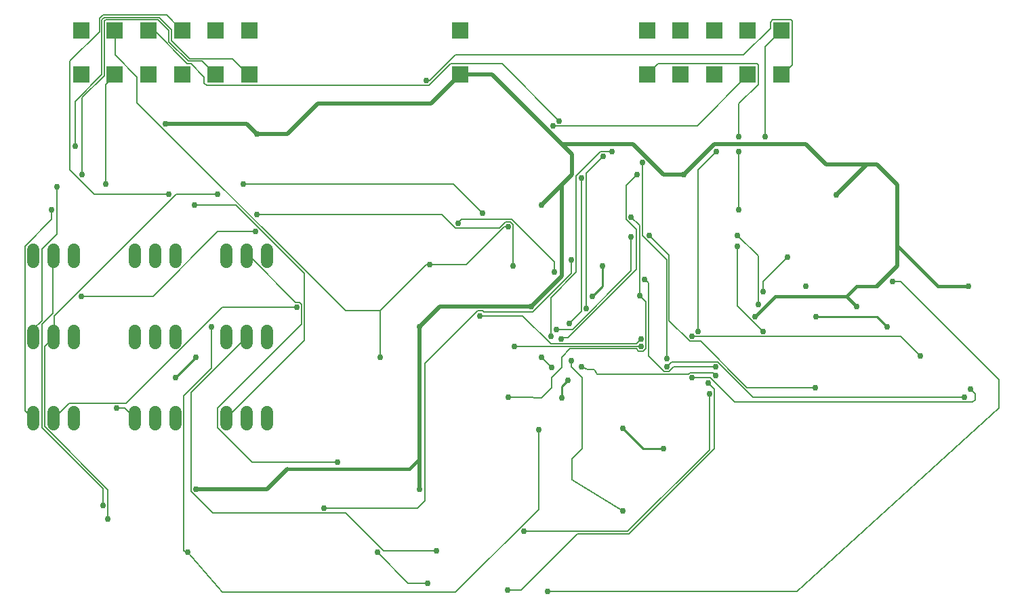
<source format=gbr>
G04 EAGLE Gerber RS-274X export*
G75*
%MOMM*%
%FSLAX34Y34*%
%LPD*%
%INBottom Copper*%
%IPPOS*%
%AMOC8*
5,1,8,0,0,1.08239X$1,22.5*%
G01*
%ADD10C,1.524000*%
%ADD11R,2.100000X2.100000*%
%ADD12C,0.756400*%
%ADD13C,0.254000*%
%ADD14C,0.508000*%
%ADD15C,0.406400*%
%ADD16C,0.152400*%


D10*
X190500Y233680D02*
X190500Y248920D01*
X215900Y248920D02*
X215900Y233680D01*
X241300Y233680D02*
X241300Y248920D01*
X304800Y436880D02*
X304800Y452120D01*
X330200Y452120D02*
X330200Y436880D01*
X355600Y436880D02*
X355600Y452120D01*
X304800Y350520D02*
X304800Y335280D01*
X330200Y335280D02*
X330200Y350520D01*
X355600Y350520D02*
X355600Y335280D01*
X190500Y335280D02*
X190500Y350520D01*
X215900Y350520D02*
X215900Y335280D01*
X241300Y335280D02*
X241300Y350520D01*
X190500Y436880D02*
X190500Y452120D01*
X215900Y452120D02*
X215900Y436880D01*
X241300Y436880D02*
X241300Y452120D01*
X63500Y248920D02*
X63500Y233680D01*
X88900Y233680D02*
X88900Y248920D01*
X114300Y248920D02*
X114300Y233680D01*
X63500Y436880D02*
X63500Y452120D01*
X88900Y452120D02*
X88900Y436880D01*
X114300Y436880D02*
X114300Y452120D01*
X63500Y350520D02*
X63500Y335280D01*
X88900Y335280D02*
X88900Y350520D01*
X114300Y350520D02*
X114300Y335280D01*
X304800Y248920D02*
X304800Y233680D01*
X330200Y233680D02*
X330200Y248920D01*
X355600Y248920D02*
X355600Y233680D01*
D11*
X596900Y671000D03*
X596900Y726000D03*
X333600Y671000D03*
X291600Y671000D03*
X249600Y671000D03*
X207600Y671000D03*
X165600Y671000D03*
X123600Y671000D03*
X123600Y726000D03*
X249600Y726000D03*
X207600Y726000D03*
X165600Y726000D03*
X291600Y726000D03*
X333600Y726000D03*
X998400Y671000D03*
X956400Y671000D03*
X914400Y671000D03*
X872400Y671000D03*
X830400Y671000D03*
X872400Y726000D03*
X830400Y726000D03*
X914400Y726000D03*
X956400Y726000D03*
X998400Y726000D03*
D12*
X774700Y431800D03*
D13*
X774700Y406400D01*
X762000Y393700D01*
D12*
X762000Y393700D03*
X1028700Y406400D03*
X1041400Y368300D03*
D13*
X1117600Y368300D02*
X1130300Y355600D01*
X1117600Y368300D02*
X1041400Y368300D01*
D12*
X1130300Y355600D03*
X800100Y228600D03*
D13*
X825500Y203200D01*
X850900Y203200D01*
D12*
X850900Y203200D03*
X241300Y292100D03*
D13*
X266700Y317500D01*
D12*
X266700Y317500D03*
D14*
X560900Y635000D02*
X596900Y671000D01*
X419100Y635000D02*
X381000Y596900D01*
X342900Y596900D01*
X419100Y635000D02*
X560900Y635000D01*
D12*
X342900Y596900D03*
D14*
X330200Y609600D01*
X228600Y609600D01*
D12*
X228600Y609600D03*
D14*
X596900Y671000D02*
X637100Y671000D01*
X736600Y546100D02*
X723900Y533400D01*
X698500Y508000D01*
X723900Y584200D02*
X637100Y671000D01*
X723900Y584200D02*
X736600Y571500D01*
X736600Y546100D01*
X850900Y546100D02*
X876300Y546100D01*
X914400Y584200D01*
X1028700Y584200D01*
X1054100Y558800D01*
X1066800Y520700D02*
X1104900Y558800D01*
X723900Y533400D02*
X723900Y419100D01*
X685800Y381000D01*
X571500Y381000D01*
X546100Y355600D01*
X546100Y190500D01*
X546100Y152400D01*
X355600Y152400D02*
X266700Y152400D01*
X355600Y152400D02*
X381000Y177800D01*
D12*
X266700Y152400D03*
X546100Y152400D03*
X546100Y355600D03*
X685800Y381000D03*
X876300Y546100D03*
X1066800Y520700D03*
D15*
X1092200Y406400D02*
X1117600Y406400D01*
X1092200Y406400D02*
X1079500Y393700D01*
X990600Y393700D01*
X965200Y368300D01*
D12*
X965200Y368300D03*
X698500Y508000D03*
D14*
X1104900Y558800D02*
X1117600Y558800D01*
X1143000Y533400D01*
X1143000Y431800D02*
X1117600Y406400D01*
X1143000Y457200D02*
X1143000Y533400D01*
X1143000Y457200D02*
X1143000Y431800D01*
D15*
X1143000Y457200D02*
X1193800Y406400D01*
X1231900Y406400D01*
D12*
X1231900Y406400D03*
D15*
X1092200Y381000D02*
X1079500Y393700D01*
D12*
X1092200Y381000D03*
D15*
X533400Y177800D02*
X381000Y177800D01*
X533400Y177800D02*
X546100Y190500D01*
D14*
X723900Y584200D02*
X812800Y584200D01*
X850900Y546100D01*
X1054100Y558800D02*
X1104900Y558800D01*
D16*
X908304Y271780D02*
X908304Y201676D01*
X806196Y99568D01*
X676656Y99568D01*
D12*
X908304Y271780D03*
X676656Y99568D03*
D16*
X864108Y305308D02*
X915924Y305308D01*
X864108Y305308D02*
X858012Y299212D01*
X851916Y299212D01*
X832104Y319024D01*
X832104Y410464D01*
X827532Y415036D01*
X714756Y424180D02*
X714756Y436372D01*
X661416Y489712D01*
X598932Y489712D01*
X594360Y485140D01*
D12*
X915924Y305308D03*
X827532Y415036D03*
X714756Y424180D03*
X594360Y485140D03*
D16*
X748284Y305562D02*
X755904Y301752D01*
X764540Y302260D02*
X768096Y296164D01*
X764540Y302260D02*
X755904Y301752D01*
X768096Y296164D02*
X882396Y296164D01*
X883920Y297688D01*
X912876Y297688D01*
X915924Y294640D01*
D12*
X748284Y305562D03*
X915924Y294640D03*
D16*
X86868Y489712D02*
X86868Y501904D01*
X86868Y489712D02*
X53340Y456184D01*
X53340Y250444D01*
X62484Y241300D01*
X63500Y241300D01*
D12*
X86868Y501904D03*
D16*
X92964Y530860D02*
X92964Y471424D01*
X74676Y453136D01*
X74676Y363220D01*
X64008Y352552D01*
X64008Y343408D01*
X63500Y342900D01*
D12*
X92964Y530860D03*
D16*
X115824Y581152D02*
X115824Y637540D01*
X149352Y671068D01*
X149352Y739648D01*
X152400Y742696D01*
X220980Y742696D01*
X236220Y727456D01*
X236220Y713740D01*
X259080Y690880D01*
X312420Y690880D01*
X332232Y671068D01*
X333600Y671000D01*
D12*
X115824Y581152D03*
D16*
X124968Y546100D02*
X124968Y642112D01*
X152400Y669544D01*
X152400Y738124D01*
X153924Y739648D01*
X219456Y739648D01*
X233172Y725932D01*
X233172Y712216D01*
X257556Y687832D01*
X274320Y687832D01*
X291084Y671068D01*
X291600Y671000D01*
D12*
X124968Y546100D03*
D16*
X153924Y533908D02*
X153924Y658876D01*
X164592Y669544D01*
X165600Y671000D01*
D12*
X153924Y533908D03*
D16*
X531622Y34544D02*
X556514Y34544D01*
X531622Y34544D02*
X493776Y73660D01*
X333756Y443992D02*
X330708Y443992D01*
X333756Y443992D02*
X391668Y386080D01*
X396240Y386080D01*
X399288Y383032D01*
X399288Y358648D01*
X294132Y253492D01*
X294132Y229108D01*
X336804Y186436D01*
X443484Y186436D01*
X330708Y443992D02*
X330200Y444500D01*
D12*
X556514Y34544D03*
X493776Y73660D03*
X443484Y186436D03*
D16*
X341376Y474472D02*
X294132Y474472D01*
X213360Y393700D01*
X123444Y393700D01*
X150876Y152908D02*
X150876Y131572D01*
X150876Y152908D02*
X74676Y229108D01*
X74676Y358648D01*
X88392Y372364D01*
X88392Y443992D01*
X88900Y444500D01*
D12*
X341376Y474472D03*
X123444Y393700D03*
X150876Y131572D03*
D16*
X242316Y521716D02*
X294132Y521716D01*
X242316Y521716D02*
X89916Y369316D01*
X89916Y343408D01*
X88900Y342900D01*
X156972Y151384D02*
X156972Y114808D01*
X156972Y151384D02*
X77724Y230632D01*
X77724Y331216D01*
X88392Y341884D01*
X88900Y342900D01*
D12*
X294132Y521716D03*
X156972Y114808D03*
D16*
X300228Y379984D02*
X393192Y379984D01*
X300228Y379984D02*
X179832Y259588D01*
X108204Y259588D01*
X89916Y241300D01*
X88900Y241300D01*
D12*
X393192Y379984D03*
D16*
X694944Y227076D02*
X694944Y127000D01*
X591312Y23368D01*
X300228Y23368D01*
X256286Y73660D01*
X286512Y303784D02*
X286512Y355600D01*
X286512Y303784D02*
X251460Y268732D01*
X251460Y75184D01*
X256286Y73660D01*
D12*
X694944Y227076D03*
X256286Y73660D03*
X286512Y355600D03*
D16*
X501396Y75184D02*
X567436Y75184D01*
X501396Y75184D02*
X454152Y122428D01*
X288036Y122428D01*
X260604Y149860D01*
X260604Y273304D01*
X330200Y342900D01*
D12*
X567436Y75184D03*
D16*
X233172Y521716D02*
X140208Y521716D01*
X109728Y552196D01*
X109728Y687832D01*
X146304Y724408D01*
X146304Y741172D01*
X150876Y745744D01*
X230124Y745744D01*
X248412Y727456D01*
X249600Y726000D01*
D12*
X233172Y521716D03*
D16*
X265176Y508000D02*
X316992Y508000D01*
X402336Y422656D01*
X402336Y338836D01*
X304800Y241300D01*
D12*
X265176Y508000D03*
D16*
X621792Y369316D02*
X675132Y369316D01*
X710184Y334264D01*
X816864Y334264D01*
X822960Y340360D01*
D12*
X621792Y369316D03*
X822960Y340360D03*
D16*
X559308Y433324D02*
X554736Y433324D01*
X496824Y375412D01*
X496824Y317500D01*
X166116Y695452D02*
X166116Y725932D01*
X166116Y695452D02*
X193548Y668020D01*
X193548Y636016D01*
X454152Y375412D01*
X496824Y375412D01*
X166116Y725932D02*
X165600Y726000D01*
X652272Y480568D02*
X656844Y480568D01*
X652272Y480568D02*
X605028Y433324D01*
X559308Y433324D01*
X955548Y279400D02*
X1040892Y279400D01*
X955548Y279400D02*
X897636Y337312D01*
X883920Y337312D01*
X858012Y363220D01*
X858012Y445516D01*
X833628Y469900D01*
D12*
X559308Y433324D03*
X496824Y317500D03*
X656844Y480568D03*
X1040892Y279400D03*
X833628Y469900D03*
D16*
X736600Y190500D02*
X737108Y164338D01*
X736600Y190500D02*
X749300Y203200D01*
X749300Y292100D01*
X735838Y305562D01*
X735838Y313182D01*
X737108Y164338D02*
X800100Y125476D01*
X214884Y725932D02*
X208788Y725932D01*
X214884Y725932D02*
X256032Y684784D01*
X260604Y684784D01*
X277368Y668020D01*
X277368Y660400D01*
X280416Y657352D01*
X557784Y657352D01*
X585216Y684784D01*
X649224Y684784D01*
X720852Y613156D01*
X748284Y541528D02*
X748284Y374904D01*
X733044Y359664D01*
X208788Y725932D02*
X207600Y726000D01*
D12*
X735838Y313182D03*
X800100Y125476D03*
X720852Y613156D03*
X748284Y541528D03*
X733044Y359664D03*
D16*
X588264Y533908D02*
X326136Y533908D01*
X588264Y533908D02*
X624840Y497332D01*
D12*
X326136Y533908D03*
X624840Y497332D03*
D16*
X717550Y352298D02*
X737362Y352298D01*
X810768Y425704D01*
X810768Y468376D01*
D12*
X717550Y352298D03*
X810768Y468376D03*
D16*
X822960Y331216D02*
X664464Y331216D01*
D12*
X822960Y331216D03*
X664464Y331216D03*
D16*
X736092Y422656D02*
X736092Y439420D01*
X736092Y422656D02*
X687324Y373888D01*
X626364Y373888D01*
X624840Y375412D01*
X618744Y375412D01*
X553212Y309880D01*
X553212Y137668D01*
X544068Y128524D01*
X426720Y128524D01*
D12*
X736092Y439420D03*
X426720Y128524D03*
D16*
X943356Y381508D02*
X943356Y456184D01*
X943356Y381508D02*
X975360Y349504D01*
D12*
X943356Y456184D03*
X975360Y349504D03*
D16*
X673608Y26416D02*
X656336Y26416D01*
X673608Y26416D02*
X743712Y96520D01*
X807720Y96520D01*
X914400Y203200D01*
X914400Y277876D01*
X906780Y285496D01*
X975360Y399796D02*
X975360Y411988D01*
X1005840Y442468D01*
D12*
X656336Y26416D03*
X906780Y285496D03*
X975360Y399796D03*
X1005840Y442468D03*
D16*
X1147572Y411988D02*
X1270254Y289306D01*
X1147572Y411988D02*
X1136904Y411988D01*
X1270000Y254000D02*
X1018032Y24384D01*
X1270000Y254000D02*
X1270000Y289052D01*
X1270254Y289306D01*
X1018032Y24384D02*
X706120Y24384D01*
D12*
X1136904Y411988D03*
X706120Y24384D03*
D16*
X886968Y343408D02*
X1147572Y343408D01*
X1171956Y319024D01*
D12*
X886968Y343408D03*
X1171956Y319024D03*
D16*
X909828Y291592D02*
X886968Y291592D01*
X909828Y291592D02*
X940308Y261112D01*
X1237488Y261112D01*
X1240536Y264160D01*
X1240536Y271780D01*
X1234440Y277876D01*
D12*
X886968Y291592D03*
X1234440Y277876D03*
D16*
X574548Y495808D02*
X342900Y495808D01*
X574548Y495808D02*
X591312Y479044D01*
X646176Y479044D01*
X653796Y486664D01*
X659892Y486664D01*
X662940Y483616D01*
X662940Y431800D01*
D12*
X342900Y495808D03*
X662940Y431800D03*
D16*
X821436Y394208D02*
X821436Y482092D01*
X810768Y492760D01*
X678180Y267208D02*
X656844Y267208D01*
X723900Y317500D02*
X734568Y328168D01*
X723900Y317500D02*
X723900Y304800D01*
X711200Y292100D01*
X711200Y279400D01*
X698500Y266700D01*
X678180Y267208D01*
X734568Y328168D02*
X816864Y328168D01*
X819912Y325120D01*
X826008Y325120D01*
X829056Y328168D01*
X829056Y386588D01*
X821436Y394208D01*
D12*
X821436Y394208D03*
X810768Y492760D03*
X656844Y267208D03*
X723900Y266700D03*
D13*
X723900Y280670D01*
X731520Y288290D01*
D12*
X731520Y288290D03*
X711200Y304800D03*
D16*
X698500Y317500D01*
D12*
X698500Y317500D03*
D16*
X969264Y383032D02*
X969264Y443992D01*
X943356Y469900D01*
D12*
X969264Y383032D03*
X943356Y469900D03*
D16*
X963168Y267208D02*
X1226820Y267208D01*
X963168Y267208D02*
X918972Y311404D01*
X861060Y311404D01*
X854964Y305308D01*
D12*
X1226820Y267208D03*
X854964Y305308D03*
D16*
X754380Y378460D02*
X754380Y547624D01*
X775716Y568960D01*
D12*
X754380Y378460D03*
X775716Y568960D03*
D16*
X559308Y663448D02*
X554736Y663448D01*
X559308Y663448D02*
X591312Y695452D01*
X950976Y695452D01*
X984504Y728980D01*
X984504Y736600D01*
X987552Y739648D01*
X1010412Y739648D01*
X1011936Y738124D01*
X1011936Y683260D01*
X999744Y671068D01*
X998400Y671000D01*
D12*
X554736Y663448D03*
D16*
X713232Y607060D02*
X893064Y607060D01*
X955548Y669544D01*
X956400Y671000D01*
D12*
X713232Y607060D03*
D16*
X722884Y341630D02*
X731266Y341630D01*
X722884Y341630D02*
X722884Y340360D01*
X731266Y341630D02*
X816864Y427228D01*
X816864Y477520D01*
X804672Y489712D01*
X804672Y532384D01*
X818388Y546100D01*
D12*
X722884Y340360D03*
X818388Y546100D03*
D16*
X710184Y392176D02*
X710184Y343408D01*
X710184Y392176D02*
X742188Y424180D01*
X742188Y544576D01*
X772668Y575056D01*
X786384Y575056D01*
D12*
X710184Y343408D03*
X786384Y575056D03*
D16*
X978408Y593344D02*
X978408Y706120D01*
X998220Y725932D01*
X998400Y726000D01*
D12*
X978408Y593344D03*
D16*
X894588Y552196D02*
X894588Y349504D01*
X894588Y552196D02*
X917448Y575056D01*
D12*
X894588Y349504D03*
X917448Y575056D03*
D16*
X854964Y439420D02*
X854964Y315976D01*
X854964Y439420D02*
X824484Y469900D01*
X824484Y561340D01*
D12*
X854964Y315976D03*
X824484Y561340D03*
D16*
X178308Y253492D02*
X167640Y253492D01*
X178308Y253492D02*
X190500Y241300D01*
D12*
X167640Y253492D03*
D16*
X944880Y501904D02*
X944880Y575056D01*
X944880Y593344D02*
X944880Y634492D01*
X969264Y658876D01*
X969264Y683260D01*
X967740Y684784D01*
X844296Y684784D01*
X830580Y671068D01*
X830400Y671000D01*
D12*
X944880Y501904D03*
X944880Y575056D03*
X944880Y593344D03*
M02*

</source>
